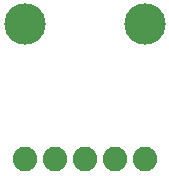
<source format=gbr>
G04 EAGLE Gerber RS-274X export*
G75*
%MOMM*%
%FSLAX34Y34*%
%LPD*%
%INSoldermask Bottom*%
%IPPOS*%
%AMOC8*
5,1,8,0,0,1.08239X$1,22.5*%
G01*
%ADD10C,2.082800*%
%ADD11C,3.505200*%


D10*
X25400Y12700D03*
X50800Y12700D03*
X76200Y12700D03*
X101600Y12700D03*
X127000Y12700D03*
D11*
X25400Y127000D03*
X127000Y127000D03*
M02*

</source>
